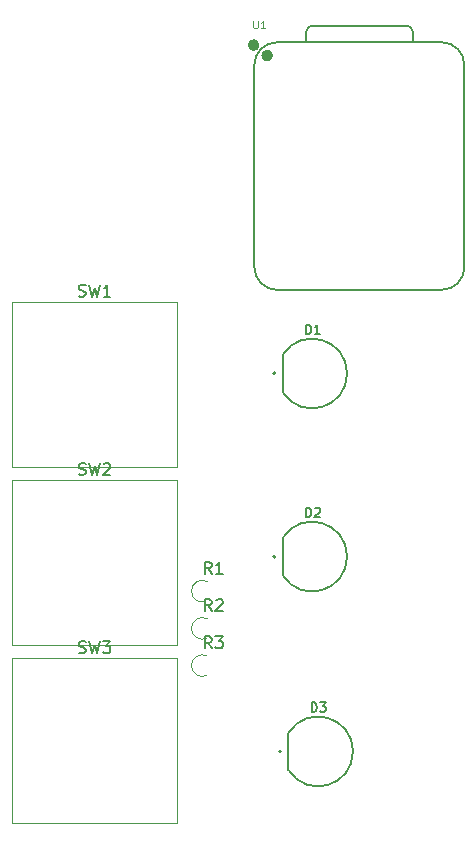
<source format=gbr>
%TF.GenerationSoftware,KiCad,Pcbnew,9.0.2*%
%TF.CreationDate,2025-07-06T13:36:05-04:00*%
%TF.ProjectId,Fidget!!!,46696467-6574-4212-9121-2e6b69636164,rev?*%
%TF.SameCoordinates,Original*%
%TF.FileFunction,Legend,Top*%
%TF.FilePolarity,Positive*%
%FSLAX46Y46*%
G04 Gerber Fmt 4.6, Leading zero omitted, Abs format (unit mm)*
G04 Created by KiCad (PCBNEW 9.0.2) date 2025-07-06 13:36:05*
%MOMM*%
%LPD*%
G01*
G04 APERTURE LIST*
%ADD10C,0.101600*%
%ADD11C,0.150000*%
%ADD12C,0.127000*%
%ADD13C,0.100000*%
%ADD14C,0.504000*%
%ADD15C,0.120000*%
%ADD16C,0.200000*%
G04 APERTURE END LIST*
D10*
X69016190Y-16153479D02*
X69016190Y-16667526D01*
X69016190Y-16667526D02*
X69046428Y-16728002D01*
X69046428Y-16728002D02*
X69076666Y-16758241D01*
X69076666Y-16758241D02*
X69137142Y-16788479D01*
X69137142Y-16788479D02*
X69258095Y-16788479D01*
X69258095Y-16788479D02*
X69318571Y-16758241D01*
X69318571Y-16758241D02*
X69348809Y-16728002D01*
X69348809Y-16728002D02*
X69379047Y-16667526D01*
X69379047Y-16667526D02*
X69379047Y-16153479D01*
X70014047Y-16788479D02*
X69651190Y-16788479D01*
X69832618Y-16788479D02*
X69832618Y-16153479D01*
X69832618Y-16153479D02*
X69772142Y-16244193D01*
X69772142Y-16244193D02*
X69711666Y-16304669D01*
X69711666Y-16304669D02*
X69651190Y-16334907D01*
D11*
X54246667Y-69623200D02*
X54389524Y-69670819D01*
X54389524Y-69670819D02*
X54627619Y-69670819D01*
X54627619Y-69670819D02*
X54722857Y-69623200D01*
X54722857Y-69623200D02*
X54770476Y-69575580D01*
X54770476Y-69575580D02*
X54818095Y-69480342D01*
X54818095Y-69480342D02*
X54818095Y-69385104D01*
X54818095Y-69385104D02*
X54770476Y-69289866D01*
X54770476Y-69289866D02*
X54722857Y-69242247D01*
X54722857Y-69242247D02*
X54627619Y-69194628D01*
X54627619Y-69194628D02*
X54437143Y-69147009D01*
X54437143Y-69147009D02*
X54341905Y-69099390D01*
X54341905Y-69099390D02*
X54294286Y-69051771D01*
X54294286Y-69051771D02*
X54246667Y-68956533D01*
X54246667Y-68956533D02*
X54246667Y-68861295D01*
X54246667Y-68861295D02*
X54294286Y-68766057D01*
X54294286Y-68766057D02*
X54341905Y-68718438D01*
X54341905Y-68718438D02*
X54437143Y-68670819D01*
X54437143Y-68670819D02*
X54675238Y-68670819D01*
X54675238Y-68670819D02*
X54818095Y-68718438D01*
X55151429Y-68670819D02*
X55389524Y-69670819D01*
X55389524Y-69670819D02*
X55580000Y-68956533D01*
X55580000Y-68956533D02*
X55770476Y-69670819D01*
X55770476Y-69670819D02*
X56008572Y-68670819D01*
X56294286Y-68670819D02*
X56913333Y-68670819D01*
X56913333Y-68670819D02*
X56580000Y-69051771D01*
X56580000Y-69051771D02*
X56722857Y-69051771D01*
X56722857Y-69051771D02*
X56818095Y-69099390D01*
X56818095Y-69099390D02*
X56865714Y-69147009D01*
X56865714Y-69147009D02*
X56913333Y-69242247D01*
X56913333Y-69242247D02*
X56913333Y-69480342D01*
X56913333Y-69480342D02*
X56865714Y-69575580D01*
X56865714Y-69575580D02*
X56818095Y-69623200D01*
X56818095Y-69623200D02*
X56722857Y-69670819D01*
X56722857Y-69670819D02*
X56437143Y-69670819D01*
X56437143Y-69670819D02*
X56341905Y-69623200D01*
X56341905Y-69623200D02*
X56294286Y-69575580D01*
X54246667Y-54533200D02*
X54389524Y-54580819D01*
X54389524Y-54580819D02*
X54627619Y-54580819D01*
X54627619Y-54580819D02*
X54722857Y-54533200D01*
X54722857Y-54533200D02*
X54770476Y-54485580D01*
X54770476Y-54485580D02*
X54818095Y-54390342D01*
X54818095Y-54390342D02*
X54818095Y-54295104D01*
X54818095Y-54295104D02*
X54770476Y-54199866D01*
X54770476Y-54199866D02*
X54722857Y-54152247D01*
X54722857Y-54152247D02*
X54627619Y-54104628D01*
X54627619Y-54104628D02*
X54437143Y-54057009D01*
X54437143Y-54057009D02*
X54341905Y-54009390D01*
X54341905Y-54009390D02*
X54294286Y-53961771D01*
X54294286Y-53961771D02*
X54246667Y-53866533D01*
X54246667Y-53866533D02*
X54246667Y-53771295D01*
X54246667Y-53771295D02*
X54294286Y-53676057D01*
X54294286Y-53676057D02*
X54341905Y-53628438D01*
X54341905Y-53628438D02*
X54437143Y-53580819D01*
X54437143Y-53580819D02*
X54675238Y-53580819D01*
X54675238Y-53580819D02*
X54818095Y-53628438D01*
X55151429Y-53580819D02*
X55389524Y-54580819D01*
X55389524Y-54580819D02*
X55580000Y-53866533D01*
X55580000Y-53866533D02*
X55770476Y-54580819D01*
X55770476Y-54580819D02*
X56008572Y-53580819D01*
X56341905Y-53676057D02*
X56389524Y-53628438D01*
X56389524Y-53628438D02*
X56484762Y-53580819D01*
X56484762Y-53580819D02*
X56722857Y-53580819D01*
X56722857Y-53580819D02*
X56818095Y-53628438D01*
X56818095Y-53628438D02*
X56865714Y-53676057D01*
X56865714Y-53676057D02*
X56913333Y-53771295D01*
X56913333Y-53771295D02*
X56913333Y-53866533D01*
X56913333Y-53866533D02*
X56865714Y-54009390D01*
X56865714Y-54009390D02*
X56294286Y-54580819D01*
X56294286Y-54580819D02*
X56913333Y-54580819D01*
X54246667Y-39443200D02*
X54389524Y-39490819D01*
X54389524Y-39490819D02*
X54627619Y-39490819D01*
X54627619Y-39490819D02*
X54722857Y-39443200D01*
X54722857Y-39443200D02*
X54770476Y-39395580D01*
X54770476Y-39395580D02*
X54818095Y-39300342D01*
X54818095Y-39300342D02*
X54818095Y-39205104D01*
X54818095Y-39205104D02*
X54770476Y-39109866D01*
X54770476Y-39109866D02*
X54722857Y-39062247D01*
X54722857Y-39062247D02*
X54627619Y-39014628D01*
X54627619Y-39014628D02*
X54437143Y-38967009D01*
X54437143Y-38967009D02*
X54341905Y-38919390D01*
X54341905Y-38919390D02*
X54294286Y-38871771D01*
X54294286Y-38871771D02*
X54246667Y-38776533D01*
X54246667Y-38776533D02*
X54246667Y-38681295D01*
X54246667Y-38681295D02*
X54294286Y-38586057D01*
X54294286Y-38586057D02*
X54341905Y-38538438D01*
X54341905Y-38538438D02*
X54437143Y-38490819D01*
X54437143Y-38490819D02*
X54675238Y-38490819D01*
X54675238Y-38490819D02*
X54818095Y-38538438D01*
X55151429Y-38490819D02*
X55389524Y-39490819D01*
X55389524Y-39490819D02*
X55580000Y-38776533D01*
X55580000Y-38776533D02*
X55770476Y-39490819D01*
X55770476Y-39490819D02*
X56008572Y-38490819D01*
X56913333Y-39490819D02*
X56341905Y-39490819D01*
X56627619Y-39490819D02*
X56627619Y-38490819D01*
X56627619Y-38490819D02*
X56532381Y-38633676D01*
X56532381Y-38633676D02*
X56437143Y-38728914D01*
X56437143Y-38728914D02*
X56341905Y-38776533D01*
X65483333Y-69264819D02*
X65150000Y-68788628D01*
X64911905Y-69264819D02*
X64911905Y-68264819D01*
X64911905Y-68264819D02*
X65292857Y-68264819D01*
X65292857Y-68264819D02*
X65388095Y-68312438D01*
X65388095Y-68312438D02*
X65435714Y-68360057D01*
X65435714Y-68360057D02*
X65483333Y-68455295D01*
X65483333Y-68455295D02*
X65483333Y-68598152D01*
X65483333Y-68598152D02*
X65435714Y-68693390D01*
X65435714Y-68693390D02*
X65388095Y-68741009D01*
X65388095Y-68741009D02*
X65292857Y-68788628D01*
X65292857Y-68788628D02*
X64911905Y-68788628D01*
X65816667Y-68264819D02*
X66435714Y-68264819D01*
X66435714Y-68264819D02*
X66102381Y-68645771D01*
X66102381Y-68645771D02*
X66245238Y-68645771D01*
X66245238Y-68645771D02*
X66340476Y-68693390D01*
X66340476Y-68693390D02*
X66388095Y-68741009D01*
X66388095Y-68741009D02*
X66435714Y-68836247D01*
X66435714Y-68836247D02*
X66435714Y-69074342D01*
X66435714Y-69074342D02*
X66388095Y-69169580D01*
X66388095Y-69169580D02*
X66340476Y-69217200D01*
X66340476Y-69217200D02*
X66245238Y-69264819D01*
X66245238Y-69264819D02*
X65959524Y-69264819D01*
X65959524Y-69264819D02*
X65864286Y-69217200D01*
X65864286Y-69217200D02*
X65816667Y-69169580D01*
X65483333Y-66114819D02*
X65150000Y-65638628D01*
X64911905Y-66114819D02*
X64911905Y-65114819D01*
X64911905Y-65114819D02*
X65292857Y-65114819D01*
X65292857Y-65114819D02*
X65388095Y-65162438D01*
X65388095Y-65162438D02*
X65435714Y-65210057D01*
X65435714Y-65210057D02*
X65483333Y-65305295D01*
X65483333Y-65305295D02*
X65483333Y-65448152D01*
X65483333Y-65448152D02*
X65435714Y-65543390D01*
X65435714Y-65543390D02*
X65388095Y-65591009D01*
X65388095Y-65591009D02*
X65292857Y-65638628D01*
X65292857Y-65638628D02*
X64911905Y-65638628D01*
X65864286Y-65210057D02*
X65911905Y-65162438D01*
X65911905Y-65162438D02*
X66007143Y-65114819D01*
X66007143Y-65114819D02*
X66245238Y-65114819D01*
X66245238Y-65114819D02*
X66340476Y-65162438D01*
X66340476Y-65162438D02*
X66388095Y-65210057D01*
X66388095Y-65210057D02*
X66435714Y-65305295D01*
X66435714Y-65305295D02*
X66435714Y-65400533D01*
X66435714Y-65400533D02*
X66388095Y-65543390D01*
X66388095Y-65543390D02*
X65816667Y-66114819D01*
X65816667Y-66114819D02*
X66435714Y-66114819D01*
X65483333Y-62964819D02*
X65150000Y-62488628D01*
X64911905Y-62964819D02*
X64911905Y-61964819D01*
X64911905Y-61964819D02*
X65292857Y-61964819D01*
X65292857Y-61964819D02*
X65388095Y-62012438D01*
X65388095Y-62012438D02*
X65435714Y-62060057D01*
X65435714Y-62060057D02*
X65483333Y-62155295D01*
X65483333Y-62155295D02*
X65483333Y-62298152D01*
X65483333Y-62298152D02*
X65435714Y-62393390D01*
X65435714Y-62393390D02*
X65388095Y-62441009D01*
X65388095Y-62441009D02*
X65292857Y-62488628D01*
X65292857Y-62488628D02*
X64911905Y-62488628D01*
X66435714Y-62964819D02*
X65864286Y-62964819D01*
X66150000Y-62964819D02*
X66150000Y-61964819D01*
X66150000Y-61964819D02*
X66054762Y-62107676D01*
X66054762Y-62107676D02*
X65959524Y-62202914D01*
X65959524Y-62202914D02*
X65864286Y-62250533D01*
X73949524Y-74654295D02*
X73949524Y-73854295D01*
X73949524Y-73854295D02*
X74140000Y-73854295D01*
X74140000Y-73854295D02*
X74254286Y-73892390D01*
X74254286Y-73892390D02*
X74330476Y-73968580D01*
X74330476Y-73968580D02*
X74368571Y-74044771D01*
X74368571Y-74044771D02*
X74406667Y-74197152D01*
X74406667Y-74197152D02*
X74406667Y-74311438D01*
X74406667Y-74311438D02*
X74368571Y-74463819D01*
X74368571Y-74463819D02*
X74330476Y-74540009D01*
X74330476Y-74540009D02*
X74254286Y-74616200D01*
X74254286Y-74616200D02*
X74140000Y-74654295D01*
X74140000Y-74654295D02*
X73949524Y-74654295D01*
X74673333Y-73854295D02*
X75168571Y-73854295D01*
X75168571Y-73854295D02*
X74901905Y-74159057D01*
X74901905Y-74159057D02*
X75016190Y-74159057D01*
X75016190Y-74159057D02*
X75092381Y-74197152D01*
X75092381Y-74197152D02*
X75130476Y-74235247D01*
X75130476Y-74235247D02*
X75168571Y-74311438D01*
X75168571Y-74311438D02*
X75168571Y-74501914D01*
X75168571Y-74501914D02*
X75130476Y-74578104D01*
X75130476Y-74578104D02*
X75092381Y-74616200D01*
X75092381Y-74616200D02*
X75016190Y-74654295D01*
X75016190Y-74654295D02*
X74787619Y-74654295D01*
X74787619Y-74654295D02*
X74711428Y-74616200D01*
X74711428Y-74616200D02*
X74673333Y-74578104D01*
X73449524Y-58154295D02*
X73449524Y-57354295D01*
X73449524Y-57354295D02*
X73640000Y-57354295D01*
X73640000Y-57354295D02*
X73754286Y-57392390D01*
X73754286Y-57392390D02*
X73830476Y-57468580D01*
X73830476Y-57468580D02*
X73868571Y-57544771D01*
X73868571Y-57544771D02*
X73906667Y-57697152D01*
X73906667Y-57697152D02*
X73906667Y-57811438D01*
X73906667Y-57811438D02*
X73868571Y-57963819D01*
X73868571Y-57963819D02*
X73830476Y-58040009D01*
X73830476Y-58040009D02*
X73754286Y-58116200D01*
X73754286Y-58116200D02*
X73640000Y-58154295D01*
X73640000Y-58154295D02*
X73449524Y-58154295D01*
X74211428Y-57430485D02*
X74249524Y-57392390D01*
X74249524Y-57392390D02*
X74325714Y-57354295D01*
X74325714Y-57354295D02*
X74516190Y-57354295D01*
X74516190Y-57354295D02*
X74592381Y-57392390D01*
X74592381Y-57392390D02*
X74630476Y-57430485D01*
X74630476Y-57430485D02*
X74668571Y-57506676D01*
X74668571Y-57506676D02*
X74668571Y-57582866D01*
X74668571Y-57582866D02*
X74630476Y-57697152D01*
X74630476Y-57697152D02*
X74173333Y-58154295D01*
X74173333Y-58154295D02*
X74668571Y-58154295D01*
X73449524Y-42654295D02*
X73449524Y-41854295D01*
X73449524Y-41854295D02*
X73640000Y-41854295D01*
X73640000Y-41854295D02*
X73754286Y-41892390D01*
X73754286Y-41892390D02*
X73830476Y-41968580D01*
X73830476Y-41968580D02*
X73868571Y-42044771D01*
X73868571Y-42044771D02*
X73906667Y-42197152D01*
X73906667Y-42197152D02*
X73906667Y-42311438D01*
X73906667Y-42311438D02*
X73868571Y-42463819D01*
X73868571Y-42463819D02*
X73830476Y-42540009D01*
X73830476Y-42540009D02*
X73754286Y-42616200D01*
X73754286Y-42616200D02*
X73640000Y-42654295D01*
X73640000Y-42654295D02*
X73449524Y-42654295D01*
X74668571Y-42654295D02*
X74211428Y-42654295D01*
X74440000Y-42654295D02*
X74440000Y-41854295D01*
X74440000Y-41854295D02*
X74363809Y-41968580D01*
X74363809Y-41968580D02*
X74287619Y-42044771D01*
X74287619Y-42044771D02*
X74211428Y-42082866D01*
D12*
%TO.C,U1*%
X69110000Y-37009000D02*
X69110000Y-19864000D01*
X71015000Y-38914000D02*
X84985000Y-38914000D01*
X73505000Y-17959000D02*
X73508728Y-17048728D01*
X74008728Y-16549000D02*
X82004000Y-16549000D01*
X82504000Y-17049000D02*
X82504000Y-17959000D01*
D13*
X84985000Y-17959000D02*
X71015000Y-17959000D01*
D12*
X84985000Y-17959000D02*
X71015000Y-17959000D01*
X86890000Y-37009000D02*
X86890000Y-19864000D01*
X69110000Y-19864000D02*
G75*
G02*
X71015000Y-17959000I1905001J-1D01*
G01*
X71015000Y-38914000D02*
G75*
G02*
X69110000Y-37009000I1J1905001D01*
G01*
X73508728Y-17048728D02*
G75*
G02*
X74008728Y-16549001I500018J-291D01*
G01*
X82004000Y-16549000D02*
G75*
G02*
X82504000Y-17049000I0J-500000D01*
G01*
X84985000Y-17959000D02*
G75*
G02*
X86890000Y-19864000I0J-1905000D01*
G01*
X86890000Y-37009000D02*
G75*
G02*
X84985000Y-38914000I-1905000J0D01*
G01*
D14*
X69302000Y-18200000D02*
G75*
G02*
X68798000Y-18200000I-252000J0D01*
G01*
X68798000Y-18200000D02*
G75*
G02*
X69302000Y-18200000I252000J0D01*
G01*
X70445000Y-19080000D02*
G75*
G02*
X69941000Y-19080000I-252000J0D01*
G01*
X69941000Y-19080000D02*
G75*
G02*
X70445000Y-19080000I252000J0D01*
G01*
D15*
%TO.C,SW3*%
X48595000Y-70105000D02*
X62565000Y-70105000D01*
X48595000Y-84075000D02*
X48595000Y-70105000D01*
X62565000Y-70105000D02*
X62565000Y-84075000D01*
X62565000Y-84075000D02*
X48595000Y-84075000D01*
%TO.C,SW2*%
X48595000Y-55015000D02*
X62565000Y-55015000D01*
X48595000Y-68985000D02*
X48595000Y-55015000D01*
X62565000Y-55015000D02*
X62565000Y-68985000D01*
X62565000Y-68985000D02*
X48595000Y-68985000D01*
%TO.C,SW1*%
X48595000Y-39925000D02*
X62565000Y-39925000D01*
X48595000Y-53895000D02*
X48595000Y-39925000D01*
X62565000Y-39925000D02*
X62565000Y-53895000D01*
X62565000Y-53895000D02*
X48595000Y-53895000D01*
%TO.C,R3*%
X65117133Y-71550000D02*
G75*
G02*
X65117133Y-69910000I-417133J820000D01*
G01*
%TO.C,R2*%
X65117133Y-68400000D02*
G75*
G02*
X65117133Y-66760000I-417133J820000D01*
G01*
%TO.C,R1*%
X65117133Y-65250000D02*
G75*
G02*
X65117133Y-63610000I-417133J820000D01*
G01*
D16*
%TO.C,D3*%
X71400000Y-78000000D02*
G75*
G02*
X71200000Y-78000000I-100000J0D01*
G01*
X71200000Y-78000000D02*
G75*
G02*
X71400000Y-78000000I100000J0D01*
G01*
D12*
X72000000Y-76434000D02*
X72000000Y-79566000D01*
X72000000Y-76434000D02*
G75*
G02*
X72000000Y-79566000I2506124J-1566000D01*
G01*
D16*
%TO.C,D2*%
X70900000Y-61500000D02*
G75*
G02*
X70700000Y-61500000I-100000J0D01*
G01*
X70700000Y-61500000D02*
G75*
G02*
X70900000Y-61500000I100000J0D01*
G01*
D12*
X71500000Y-59934000D02*
X71500000Y-63066000D01*
X71500000Y-59934000D02*
G75*
G02*
X71500000Y-63066000I2506124J-1566000D01*
G01*
D16*
%TO.C,D1*%
X70900000Y-46000000D02*
G75*
G02*
X70700000Y-46000000I-100000J0D01*
G01*
X70700000Y-46000000D02*
G75*
G02*
X70900000Y-46000000I100000J0D01*
G01*
D12*
X71500000Y-44434000D02*
X71500000Y-47566000D01*
X71500000Y-44434000D02*
G75*
G02*
X71500000Y-47566000I2506124J-1566000D01*
G01*
%TD*%
M02*

</source>
